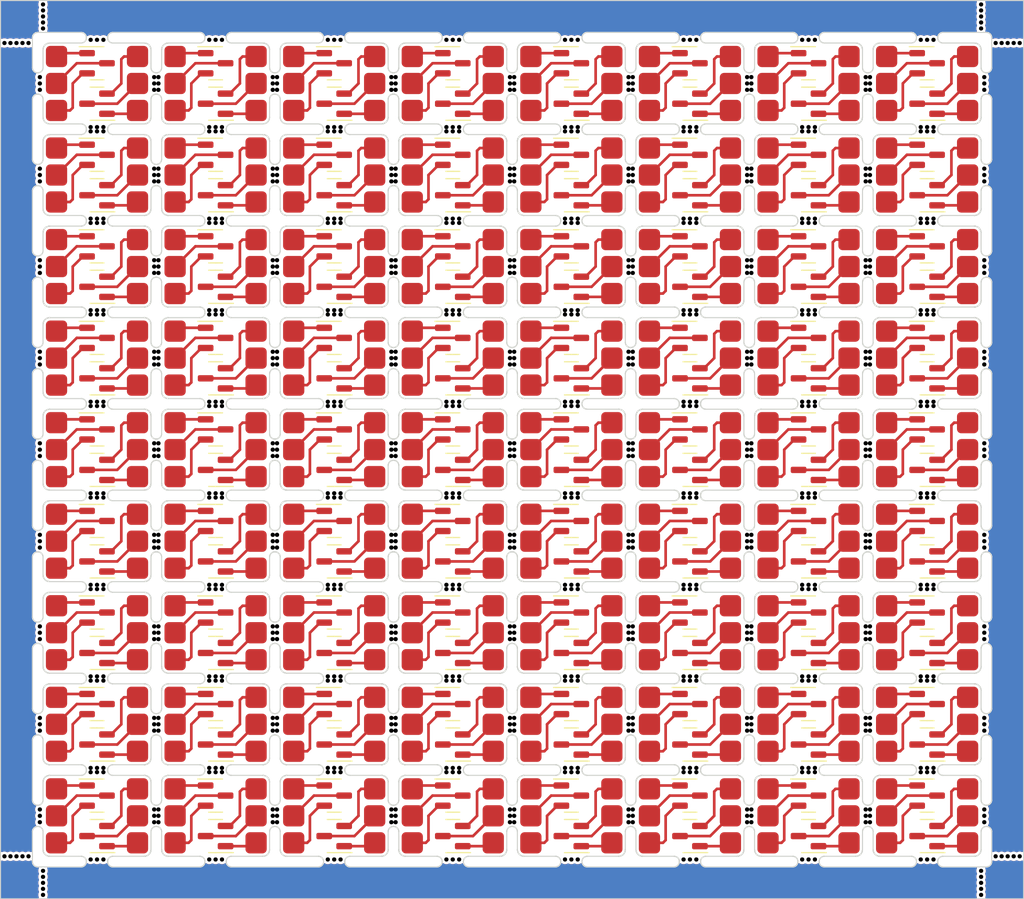
<source format=kicad_pcb>
(kicad_pcb (version 20221018) (generator pcbnew)

  (general
    (thickness 1.6)
  )

  (paper "A4")
  (layers
    (0 "F.Cu" signal)
    (31 "B.Cu" signal)
    (32 "B.Adhes" user "B.Adhesive")
    (33 "F.Adhes" user "F.Adhesive")
    (34 "B.Paste" user)
    (35 "F.Paste" user)
    (36 "B.SilkS" user "B.Silkscreen")
    (37 "F.SilkS" user "F.Silkscreen")
    (38 "B.Mask" user)
    (39 "F.Mask" user)
    (40 "Dwgs.User" user "User.Drawings")
    (41 "Cmts.User" user "User.Comments")
    (42 "Eco1.User" user "User.Eco1")
    (43 "Eco2.User" user "User.Eco2")
    (44 "Edge.Cuts" user)
    (45 "Margin" user)
    (46 "B.CrtYd" user "B.Courtyard")
    (47 "F.CrtYd" user "F.Courtyard")
    (48 "B.Fab" user)
    (49 "F.Fab" user)
    (50 "User.1" user)
    (51 "User.2" user)
    (52 "User.3" user)
    (53 "User.4" user)
    (54 "User.5" user)
    (55 "User.6" user)
    (56 "User.7" user)
    (57 "User.8" user)
    (58 "User.9" user)
  )

  (setup
    (pad_to_mask_clearance 0)
    (aux_axis_origin 100.36 20)
    (grid_origin 100.36 20)
    (pcbplotparams
      (layerselection 0x00010fc_ffffffff)
      (plot_on_all_layers_selection 0x0000000_00000000)
      (disableapertmacros false)
      (usegerberextensions false)
      (usegerberattributes true)
      (usegerberadvancedattributes true)
      (creategerberjobfile true)
      (dashed_line_dash_ratio 12.000000)
      (dashed_line_gap_ratio 3.000000)
      (svgprecision 4)
      (plotframeref false)
      (viasonmask false)
      (mode 1)
      (useauxorigin false)
      (hpglpennumber 1)
      (hpglpenspeed 20)
      (hpglpendiameter 15.000000)
      (dxfpolygonmode true)
      (dxfimperialunits true)
      (dxfusepcbnewfont true)
      (psnegative false)
      (psa4output false)
      (plotreference true)
      (plotvalue true)
      (plotinvisibletext false)
      (sketchpadsonfab false)
      (subtractmaskfromsilk false)
      (outputformat 1)
      (mirror false)
      (drillshape 1)
      (scaleselection 1)
      (outputdirectory "")
    )
  )

  (net 0 "")
  (net 1 "Board_0-Net-(J1-Pin_1)")
  (net 2 "Board_0-Net-(J2-Pin_1)")
  (net 3 "Board_0-Net-(J3-Pin_1)")
  (net 4 "Board_0-Net-(J4-Pin_1)")
  (net 5 "Board_0-Net-(J5-Pin_1)")
  (net 6 "Board_0-Net-(J6-Pin_1)")
  (net 7 "Board_1-Net-(J1-Pin_1)")
  (net 8 "Board_1-Net-(J2-Pin_1)")
  (net 9 "Board_1-Net-(J3-Pin_1)")
  (net 10 "Board_1-Net-(J4-Pin_1)")
  (net 11 "Board_1-Net-(J5-Pin_1)")
  (net 12 "Board_1-Net-(J6-Pin_1)")
  (net 13 "Board_2-Net-(J1-Pin_1)")
  (net 14 "Board_2-Net-(J2-Pin_1)")
  (net 15 "Board_2-Net-(J3-Pin_1)")
  (net 16 "Board_2-Net-(J4-Pin_1)")
  (net 17 "Board_2-Net-(J5-Pin_1)")
  (net 18 "Board_2-Net-(J6-Pin_1)")
  (net 19 "Board_3-Net-(J1-Pin_1)")
  (net 20 "Board_3-Net-(J2-Pin_1)")
  (net 21 "Board_3-Net-(J3-Pin_1)")
  (net 22 "Board_3-Net-(J4-Pin_1)")
  (net 23 "Board_3-Net-(J5-Pin_1)")
  (net 24 "Board_3-Net-(J6-Pin_1)")
  (net 25 "Board_4-Net-(J1-Pin_1)")
  (net 26 "Board_4-Net-(J2-Pin_1)")
  (net 27 "Board_4-Net-(J3-Pin_1)")
  (net 28 "Board_4-Net-(J4-Pin_1)")
  (net 29 "Board_4-Net-(J5-Pin_1)")
  (net 30 "Board_4-Net-(J6-Pin_1)")
  (net 31 "Board_5-Net-(J1-Pin_1)")
  (net 32 "Board_5-Net-(J2-Pin_1)")
  (net 33 "Board_5-Net-(J3-Pin_1)")
  (net 34 "Board_5-Net-(J4-Pin_1)")
  (net 35 "Board_5-Net-(J5-Pin_1)")
  (net 36 "Board_5-Net-(J6-Pin_1)")
  (net 37 "Board_6-Net-(J1-Pin_1)")
  (net 38 "Board_6-Net-(J2-Pin_1)")
  (net 39 "Board_6-Net-(J3-Pin_1)")
  (net 40 "Board_6-Net-(J4-Pin_1)")
  (net 41 "Board_6-Net-(J5-Pin_1)")
  (net 42 "Board_6-Net-(J6-Pin_1)")
  (net 43 "Board_7-Net-(J1-Pin_1)")
  (net 44 "Board_7-Net-(J2-Pin_1)")
  (net 45 "Board_7-Net-(J3-Pin_1)")
  (net 46 "Board_7-Net-(J4-Pin_1)")
  (net 47 "Board_7-Net-(J5-Pin_1)")
  (net 48 "Board_7-Net-(J6-Pin_1)")
  (net 49 "Board_8-Net-(J1-Pin_1)")
  (net 50 "Board_8-Net-(J2-Pin_1)")
  (net 51 "Board_8-Net-(J3-Pin_1)")
  (net 52 "Board_8-Net-(J4-Pin_1)")
  (net 53 "Board_8-Net-(J5-Pin_1)")
  (net 54 "Board_8-Net-(J6-Pin_1)")
  (net 55 "Board_9-Net-(J1-Pin_1)")
  (net 56 "Board_9-Net-(J2-Pin_1)")
  (net 57 "Board_9-Net-(J3-Pin_1)")
  (net 58 "Board_9-Net-(J4-Pin_1)")
  (net 59 "Board_9-Net-(J5-Pin_1)")
  (net 60 "Board_9-Net-(J6-Pin_1)")
  (net 61 "Board_10-Net-(J1-Pin_1)")
  (net 62 "Board_10-Net-(J2-Pin_1)")
  (net 63 "Board_10-Net-(J3-Pin_1)")
  (net 64 "Board_10-Net-(J4-Pin_1)")
  (net 65 "Board_10-Net-(J5-Pin_1)")
  (net 66 "Board_10-Net-(J6-Pin_1)")
  (net 67 "Board_11-Net-(J1-Pin_1)")
  (net 68 "Board_11-Net-(J2-Pin_1)")
  (net 69 "Board_11-Net-(J3-Pin_1)")
  (net 70 "Board_11-Net-(J4-Pin_1)")
  (net 71 "Board_11-Net-(J5-Pin_1)")
  (net 72 "Board_11-Net-(J6-Pin_1)")
  (net 73 "Board_12-Net-(J1-Pin_1)")
  (net 74 "Board_12-Net-(J2-Pin_1)")
  (net 75 "Board_12-Net-(J3-Pin_1)")
  (net 76 "Board_12-Net-(J4-Pin_1)")
  (net 77 "Board_12-Net-(J5-Pin_1)")
  (net 78 "Board_12-Net-(J6-Pin_1)")
  (net 79 "Board_13-Net-(J1-Pin_1)")
  (net 80 "Board_13-Net-(J2-Pin_1)")
  (net 81 "Board_13-Net-(J3-Pin_1)")
  (net 82 "Board_13-Net-(J4-Pin_1)")
  (net 83 "Board_13-Net-(J5-Pin_1)")
  (net 84 "Board_13-Net-(J6-Pin_1)")
  (net 85 "Board_14-Net-(J1-Pin_1)")
  (net 86 "Board_14-Net-(J2-Pin_1)")
  (net 87 "Board_14-Net-(J3-Pin_1)")
  (net 88 "Board_14-Net-(J4-Pin_1)")
  (net 89 "Board_14-Net-(J5-Pin_1)")
  (net 90 "Board_14-Net-(J6-Pin_1)")
  (net 91 "Board_15-Net-(J1-Pin_1)")
  (net 92 "Board_15-Net-(J2-Pin_1)")
  (net 93 "Board_15-Net-(J3-Pin_1)")
  (net 94 "Board_15-Net-(J4-Pin_1)")
  (net 95 "Board_15-Net-(J5-Pin_1)")
  (net 96 "Board_15-Net-(J6-Pin_1)")
  (net 97 "Board_16-Net-(J1-Pin_1)")
  (net 98 "Board_16-Net-(J2-Pin_1)")
  (net 99 "Board_16-Net-(J3-Pin_1)")
  (net 100 "Board_16-Net-(J4-Pin_1)")
  (net 101 "Board_16-Net-(J5-Pin_1)")
  (net 102 "Board_16-Net-(J6-Pin_1)")
  (net 103 "Board_17-Net-(J1-Pin_1)")
  (net 104 "Board_17-Net-(J2-Pin_1)")
  (net 105 "Board_17-Net-(J3-Pin_1)")
  (net 106 "Board_17-Net-(J4-Pin_1)")
  (net 107 "Board_17-Net-(J5-Pin_1)")
  (net 108 "Board_17-Net-(J6-Pin_1)")
  (net 109 "Board_18-Net-(J1-Pin_1)")
  (net 110 "Board_18-Net-(J2-Pin_1)")
  (net 111 "Board_18-Net-(J3-Pin_1)")
  (net 112 "Board_18-Net-(J4-Pin_1)")
  (net 113 "Board_18-Net-(J5-Pin_1)")
  (net 114 "Board_18-Net-(J6-Pin_1)")
  (net 115 "Board_19-Net-(J1-Pin_1)")
  (net 116 "Board_19-Net-(J2-Pin_1)")
  (net 117 "Board_19-Net-(J3-Pin_1)")
  (net 118 "Board_19-Net-(J4-Pin_1)")
  (net 119 "Board_19-Net-(J5-Pin_1)")
  (net 120 "Board_19-Net-(J6-Pin_1)")
  (net 121 "Board_20-Net-(J1-Pin_1)")
  (net 122 "Board_20-Net-(J2-Pin_1)")
  (net 123 "Board_20-Net-(J3-Pin_1)")
  (net 124 "Board_20-Net-(J4-Pin_1)")
  (net 125 "Board_20-Net-(J5-Pin_1)")
  (net 126 "Board_20-Net-(J6-Pin_1)")
  (net 127 "Board_21-Net-(J1-Pin_1)")
  (net 128 "Board_21-Net-(J2-Pin_1)")
  (net 129 "Board_21-Net-(J3-Pin_1)")
  (net 130 "Board_21-Net-(J4-Pin_1)")
  (net 131 "Board_21-Net-(J5-Pin_1)")
  (net 132 "Board_21-Net-(J6-Pin_1)")
  (net 133 "Board_22-Net-(J1-Pin_1)")
  (net 134 "Board_22-Net-(J2-Pin_1)")
  (net 135 "Board_22-Net-(J3-Pin_1)")
  (net 136 "Board_22-Net-(J4-Pin_1)")
  (net 137 "Board_22-Net-(J5-Pin_1)")
  (net 138 "Board_22-Net-(J6-Pin_1)")
  (net 139 "Board_23-Net-(J1-Pin_1)")
  (net 140 "Board_23-Net-(J2-Pin_1)")
  (net 141 "Board_23-Net-(J3-Pin_1)")
  (net 142 "Board_23-Net-(J4-Pin_1)")
  (net 143 "Board_23-Net-(J5-Pin_1)")
  (net 144 "Board_23-Net-(J6-Pin_1)")
  (net 145 "Board_24-Net-(J1-Pin_1)")
  (net 146 "Board_24-Net-(J2-Pin_1)")
  (net 147 "Board_24-Net-(J3-Pin_1)")
  (net 148 "Board_24-Net-(J4-Pin_1)")
  (net 149 "Board_24-Net-(J5-Pin_1)")
  (net 150 "Board_24-Net-(J6-Pin_1)")
  (net 151 "Board_25-Net-(J1-Pin_1)")
  (net 152 "Board_25-Net-(J2-Pin_1)")
  (net 153 "Board_25-Net-(J3-Pin_1)")
  (net 154 "Board_25-Net-(J4-Pin_1)")
  (net 155 "Board_25-Net-(J5-Pin_1)")
  (net 156 "Board_25-Net-(J6-Pin_1)")
  (net 157 "Board_26-Net-(J1-Pin_1)")
  (net 158 "Board_26-Net-(J2-Pin_1)")
  (net 159 "Board_26-Net-(J3-Pin_1)")
  (net 160 "Board_26-Net-(J4-Pin_1)")
  (net 161 "Board_26-Net-(J5-Pin_1)")
  (net 162 "Board_26-Net-(J6-Pin_1)")
  (net 163 "Board_27-Net-(J1-Pin_1)")
  (net 164 "Board_27-Net-(J2-Pin_1)")
  (net 165 "Board_27-Net-(J3-Pin_1)")
  (net 166 "Board_27-Net-(J4-Pin_1)")
  (net 167 "Board_27-Net-(J5-Pin_1)")
  (net 168 "Board_27-Net-(J6-Pin_1)")
  (net 169 "Board_28-Net-(J1-Pin_1)")
  (net 170 "Board_28-Net-(J2-Pin_1)")
  (net 171 "Board_28-Net-(J3-Pin_1)")
  (net 172 "Board_28-Net-(J4-Pin_1)")
  (net 173 "Board_28-Net-(J5-Pin_1)")
  (net 174 "Board_28-Net-(J6-Pin_1)")
  (net 175 "Board_29-Net-(J1-Pin_1)")
  (net 176 "Board_29-Net-(J2-Pin_1)")
  (net 177 "Board_29-Net-(J3-Pin_1)")
  (net 178 "Board_29-Net-(J4-Pin_1)")
  (net 179 "Board_29-Net-(J5-Pin_1)")
  (net 180 "Board_29-Net-(J6-Pin_1)")
  (net 181 "Board_30-Net-(J1-Pin_1)")
  (net 182 "Board_30-Net-(J2-Pin_1)")
  (net 183 "Board_30-Net-(J3-Pin_1)")
  (net 184 "Board_30-Net-(J4-Pin_1)")
  (net 185 "Board_30-Net-(J5-Pin_1)")
  (net 186 "Board_30-Net-(J6-Pin_1)")
  (net 187 "Board_31-Net-(J1-Pin_1)")
  (net 188 "Board_31-Net-(J2-Pin_1)")
  (net 189 "Board_31-Net-(J3-Pin_1)")
  (net 190 "Board_31-Net-(J4-Pin_1)")
  (net 191 "Board_31-Net-(J5-Pin_1)")
  (net 192 "Board_31-Net-(J6-Pin_1)")
  (net 193 "Board_32-Net-(J1-Pin_1)")
  (net 194 "Board_32-Net-(J2-Pin_1)")
  (net 195 "Board_32-Net-(J3-Pin_1)")
  (net 196 "Board_32-Net-(J4-Pin_1)")
  (net 197 "Board_32-Net-(J5-Pin_1)")
  (net 198 "Board_32-Net-(J6-Pin_1)")
  (net 199 "Board_33-Net-(J1-Pin_1)")
  (net 200 "Board_33-Net-(J2-Pin_1)")
  (net 201 "Board_33-Net-(J3-Pin_1)")
  (net 202 "Board_33-Net-(J4-Pin_1)")
  (net 203 "Board_33-Net-(J5-Pin_1)")
  (net 204 "Board_33-Net-(J6-Pin_1)")
  (net 205 "Board_34-Net-(J1-Pin_1)")
  (net 206 "Board_34-Net-(J2-Pin_1)")
  (net 207 "Board_34-Net-(J3-Pin_1)")
  (net 208 "Board_34-Net-(J4-Pin_1)")
  (net 209 "Board_34-Net-(J5-Pin_1)")
  (net 210 "Board_34-Net-(J6-Pin_1)")
  (net 211 "Board_35-Net-(J1-Pin_1)")
  (net 212 "Board_35-Net-(J2-Pin_1)")
  (net 213 "Board_35-Net-(J3-Pin_1)")
  (net 214 "Board_35-Net-(J4-Pin_1)")
  (net 215 "Board_35-Net-(J5-Pin_1)")
  (net 216 "Board_35-Net-(J6-Pin_1)")
  (net 217 "Board_36-Net-(J1-Pin_1)")
  (net 218 "Board_36-Net-(J2-Pin_1)")
  (net 219 "Board_36-Net-(J3-Pin_1)")
  (net 220 "Board_36-Net-(J4-Pin_1)")
  (net 221 "Board_36-Net-(J5-Pin_1)")
  (net 222 "Board_36-Net-(J6-Pin_1)")
  (net 223 "Board_37-Net-(J1-Pin_1)")
  (net 224 "Board_37-Net-(J2-Pin_1)")
  (net 225 "Board_37-Net-(J3-Pin_1)")
  (net 226 "Board_37-Net-(J4-Pin_1)")
  (net 227 "Board_37-Net-(J5-Pin_1)")
  (net 228 "Board_37-Net-(J6-Pin_1)")
  (net 229 "Board_38-Net-(J1-Pin_1)")
  (net 230 "Board_38-Net-(J2-Pin_1)")
  (net 231 "Board_38-Net-(J3-Pin_1)")
  (net 232 "Board_38-Net-(J4-Pin_1)")
  (net 233 "Board_38-Net-(J5-Pin_1)")
  (net 234 "Board_38-Net-(J6-Pin_1)")
  (net 235 "Board_39-Net-(J1-Pin_1)")
  (net 236 "Board_39-Net-(J2-Pin_1)")
  (net 237 "Board_39-Net-(J3-Pin_1)")
  (net 238 "Board_39-Net-(J4-Pin_1)")
  (net 239 "Board_39-Net-(J5-Pin_1)")
  (net 240 "Board_39-Net-(J6-Pin_1)")
  (net 241 "Board_40-Net-(J1-Pin_1)")
  (net 242 "Board_40-Net-(J2-Pin_1)")
  (net 243 "Board_40-Net-(J3-Pin_1)")
  (net 244 "Board_40-Net-(J4-Pin_1)")
  (net 245 "Board_40-Net-(J5-Pin_1)")
  (net 246 "Board_40-Net-(J6-Pin_1)")
  (net 247 "Board_41-Net-(J1-Pin_1)")
  (net 248 "Board_41-Net-(J2-Pin_1)")
  (net 249 "Board_41-Net-(J3-Pin_1)")
  (net 250 "Board_41-Net-(J4-Pin_1)")
  (net 251 "Board_41-Net-(J5-Pin_1)")
  (net 252 "Board_41-Net-(J6-Pin_1)")
  (net 253 "Board_42-Net-(J1-Pin_1)")
  (net 254 "Board_42-Net-(J2-Pin_1)")
  (net 255 "Board_42-Net-(J3-Pin_1)")
  (net 256 "Board_42-Net-(J4-Pin_1)")
  (net 257 "Board_42-Net-(J5-Pin_1)")
  (net 258 "Board_42-Net-(J6-Pin_1)")
  (net 259 "Board_43-Net-(J1-Pin_1)")
  (net 260 "Board_43-Net-(J2-Pin_1)")
  (net 261 "Board_43-Net-(J3-Pin_1)")
  (net 262 "Board_43-Net-(J4-Pin_1)")
  (net 263 "Board_43-Net-(J5-Pin_1)")
  (net 264 "Board_43-Net-(J6-Pin_1)")
  (net 265 "Board_44-Net-(J1-Pin_1)")
  (net 266 "Board_44-Net-(J2-Pin_1)")
  (net 267 "Board_44-Net-(J3-Pin_1)")
  (net 268 "Board_44-Net-(J4-Pin_1)")
  (net 269 "Board_44-Net-(J5-Pin_1)")
  (net 270 "Board_44-Net-(J6-Pin_1)")
  (net 271 "Board_45-Net-(J1-Pin_1)")
  (net 272 "Board_45-Net-(J2-Pin_1)")
  (net 273 "Board_45-Net-(J3-Pin_1)")
  (net 274 "Board_45-Net-(J4-Pin_1)")
  (net 275 "Board_45-Net-(J5-Pin_1)")
  (net 276 "Board_45-Net-(J6-Pin_1)")
  (net 277 "Board_46-Net-(J1-Pin_1)")
  (net 278 "Board_46-Net-(J2-Pin_1)")
  (net 279 "Board_46-Net-(J3-Pin_1)")
  (net 280 "Board_46-Net-(J4-Pin_1)")
  (net 281 "Board_46-Net-(J5-Pin_1)")
  (net 282 "Board_46-Net-(J6-Pin_1)")
  (net 283 "Board_47-Net-(J1-Pin_1)")
  (net 284 "Board_47-Net-(J2-Pin_1)")
  (net 285 "Board_47-Net-(J3-Pin_1)")
  (net 286 "Board_47-Net-(J4-Pin_1)")
  (net 287 "Board_47-Net-(J5-Pin_1)")
  (net 288 "Board_47-Net-(J6-Pin_1)")
  (net 289 "Board_48-Net-(J1-Pin_1)")
  (net 290 "Board_48-Net-(J2-Pin_1)")
  (net 291 "Board_48-Net-(J3-Pin_1)")
  (net 292 "Board_48-Net-(J4-Pin_1)")
  (net 293 "Board_48-Net-(J5-Pin_1)")
  (net 294 "Board_48-Net-(J6-Pin_1)")
  (net 295 "Board_49-Net-(J1-Pin_1)")
  (net 296 "Board_49-Net-(J2-Pin_1)")
  (net 297 "Board_49-Net-(J3-Pin_1)")
  (net 298 "Board_49-Net-(J4-Pin_1)")
  (net 299 "Board_49-Net-(J5-Pin_1)")
  (net 300 "Board_49-Net-(J6-Pin_1)")
  (net 301 "Board_50-Net-(J1-Pin_1)")
  (net 302 "Board_50-Net-(J2-Pin_1)")
  (net 303 "Board_50-Net-(J3-Pin_1)")
  (net 304 "Board_50-Net-(J4-Pin_1)")
  (net 305 "Board_50-Net-(J5-Pin_1)")
  (net 306 "Board_50-Net-(J6-Pin_1)")
  (net 307 "Board_51-Net-(J1-Pin_1)")
  (net 308 "Board_51-Net-(J2-Pin_1)")
  (net 309 "Board_51-Net-(J3-Pin_1)")
  (net 310 "Board_51-Net-(J4-Pin_1)")
  (net 311 "Board_51-Net-(J5-Pin_1)")
  (net 312 "Board_51-Net-(J6-Pin_1)")
  (net 313 "Board_52-Net-(J1-Pin_1)")
  (net 314 "Board_52-Net-(J2-Pin_1)")
  (net 315 "Board_52-Net-(J3-Pin_1)")
  (net 316 "Board_52-Net-(J4-Pin_1)")
  (net 317 "Board_52-Net-(J5-Pin_1)")
  (net 318 "Board_52-Net-(J6-Pin_1)")
  (net 319 "Board_53-Net-(J1-Pin_1)")
  (net 320 "Board_53-Net-(J2-Pin_1)")
  (net 321 "Board_53-Net-(J3-Pin_1)")
  (net 322 "Board_53-Net-(J4-Pin_1)")
  (net 323 "Board_53-Net-(J5-Pin_1)")
  (net 324 "Board_53-Net-(J6-Pin_1)")
  (net 325 "Board_54-Net-(J1-Pin_1)")
  (net 326 "Board_54-Net-(J2-Pin_1)")
  (net 327 "Board_54-Net-(J3-Pin_1)")
  (net 328 "Board_54-Net-(J4-Pin_1)")
  (net 329 "Board_54-Net-(J5-Pin_1)")
  (net 330 "Board_54-Net-(J6-Pin_1)")
  (net 331 "Board_55-Net-(J1-Pin_1)")
  (net 332 "Board_55-Net-(J2-Pin_1)")
  (net 333 "Board_55-Net-(J3-Pin_1)")
  (net 334 "Board_55-Net-(J4-Pin_1)")
  (net 335 "Board_55-Net-(J5-Pin_1)")
  (net 336 "Board_55-Net-(J6-Pin_1)")
  (net 337 "Board_56-Net-(J1-Pin_1)")
  (net 338 "Board_56-Net-(J2-Pin_1)")
  (net 339 "Board_56-Net-(J3-Pin_1)")
  (net 340 "Board_56-Net-(J4-Pin_1)")
  (net 341 "Board_56-Net-(J5-Pin_1)")
  (net 342 "Board_56-Net-(J6-Pin_1)")
  (net 343 "Board_57-Net-(J1-Pin_1)")
  (net 344 "Board_57-Net-(J2-Pin_1)")
  (net 345 "Board_57-Net-(J3-Pin_1)")
  (net 346 "Board_57-Net-(J4-Pin_1)")
  (net 347 "Board_57-Net-(J5-Pin_1)")
  (net 348 "Board_57-Net-(J6-Pin_1)")
  (net 349 "Board_58-Net-(J1-Pin_1)")
  (net 350 "Board_58-Net-(J2-Pin_1)")
  (net 351 "Board_58-Net-(J3-Pin_1)")
  (net 352 "Board_58-Net-(J4-Pin_1)")
  (net 353 "Board_58-Net-(J5-Pin_1)")
  (net 354 "Board_58-Net-(J6-Pin_1)")
  (net 355 "Board_59-Net-(J1-Pin_1)")
  (net 356 "Board_59-Net-(J2-Pin_1)")
  (net 357 "Board_59-Net-(J3-Pin_1)")
  (net 358 "Board_59-Net-(J4-Pin_1)")
  (net 359 "Board_59-Net-(J5-Pin_1)")
  (net 360 "Board_59-Net-(J6-Pin_1)")
  (net 361 "Board_60-Net-(J1-Pin_1)")
  (net 362 "Board_60-Net-(J2-Pin_1)")
  (net 363 "Board_60-Net-(J3-Pin_1)")
  (net 364 "Board_60-Net-(J4-Pin_1)")
  (net 365 "Board_60-Net-(J5-Pin_1)")
  (net 366 "Board_60-Net-(J6-Pin_1)")
  (net 367 "Board_61-Net-(J1-Pin_1)")
  (net 368 "Board_61-Net-(J2-Pin_1)")
  (net 369 "Board_61-Net-(J3-Pin_1)")
  (net 370 "Board_61-Net-(J4-Pin_1)")
  (net 371 "Board_61-Net-(J5-Pin_1)")
  (net 372 "Board_61-Net-(J6-Pin_1)")
  (net 373 "Board_62-Net-(J1-Pin_1)")
  (net 374 "Board_62-Net-(J2-Pin_1)")
  (net 375 "Board_62-Net-(J3-Pin_1)")
  (net 376 "Board_62-Net-(J4-Pin_1)")
  (net 377 "Board_62-Net-(J5-Pin_1)")
  (net 378 "Board_62-Net-(J6-Pin_1)")
  (net 379 "Board_63-Net-(J1-Pin_1)")
  (net 380 "Board_63-Net-(J2-Pin_1)")
  (net 381 "Board_63-Net-(J3-Pin_1)")
  (net 382 "Board_63-Net-(J4-Pin_1)")
  (net 383 "Board_63-Net-(J5-Pin_1)")
  (net 384 "Board_63-Net-(J6-Pin_1)")
  (net 385 "Board_64-Net-(J1-Pin_1)")
  (net 386 "Board_64-Net-(J2-Pin_1)")
  (net 387 "Board_64-Net-(J3-Pin_1)")
  (net 388 "Board_64-Net-(J4-Pin_1)")
  (net 389 "Board_64-Net-(J5-Pin_1)")
  (net 390 "Board_64-Net-(J6-Pin_1)")
  (net 391 "Board_65-Net-(J1-Pin_1)")
  (net 392 "Board_65-Net-(J2-Pin_1)")
  (net 393 "Board_65-Net-(J3-Pin_1)")
  (net 394 "Board_65-Net-(J4-Pin_1)")
  (net 395 "Board_65-Net-(J5-Pin_1)")
  (net 396 "Board_65-Net-(J6-Pin_1)")
  (net 397 "Board_66-Net-(J1-Pin_1)")
  (net 398 "Board_66-Net-(J2-Pin_1)")
  (net 399 "Board_66-Net-(J3-Pin_1)")
  (net 400 "Board_66-Net-(J4-Pin_1)")
  (net 401 "Board_66-Net-(J5-Pin_1)")
  (net 402 "Board_66-Net-(J6-Pin_1)")
  (net 403 "Board_67-Net-(J1-Pin_1)")
  (net 404 "Board_67-Net-(J2-Pin_1)")
  (net 405 "Board_67-Net-(J3-Pin_1)")
  (net 406 "Board_67-Net-(J4-Pin_1)")
  (net 407 "Board_67-Net-(J5-Pin_1)")
  (net 408 "Board_67-Net-(J6-Pin_1)")
  (net 409 "Board_68-Net-(J1-Pin_1)")
  (net 410 "Board_68-Net-(J2-Pin_1)")
  (net 411 "Board_68-Net-(J3-Pin_1)")
  (net 412 "Board_68-Net-(J4-Pin_1)")
  (net 413 "Board_68-Net-(J5-Pin_1)")
  (net 414 "Board_68-Net-(J6-Pin_1)")
  (net 415 "Board_69-Net-(J1-Pin_1)")
  (net 416 "Board_69-Net-(J2-Pin_1)")
  (net 417 "Board_69-Net-(J3-Pin_1)")
  (net 418 "Board_69-Net-(J4-Pin_1)")
  (net 419 "Board_69-Net-(J5-Pin_1)")
  (net 420 "Board_69-Net-(J6-Pin_1)")
  (net 421 "Board_70-Net-(J1-Pin_1)")
  (net 422 "Board_70-Net-(J2-Pin_1)")
  (net 423 "Board_70-Net-(J3-Pin_1)")
  (net 424 "Board_70-Net-(J4-Pin_1)")
  (net 425 "Board_70-Net-(J5-Pin_1)")
  (net 426 "Board_70-Net-(J6-Pin_1)")
  (net 427 "Board_71-Net-(J1-Pin_1)")
  (net 428 "Board_71-Net-(J2-Pin_1)")
  (net 429 "Board_71-Net-(J3-Pin_1)")
  (net 430 "Board_71-Net-(J4-Pin_1)")
  (net 431 "Board_71-Net-(J5-Pin_1)")
  (net 432 "Board_71-Net-(J6-Pin_1)")

  (footprint "NPTH" (layer "F.Cu") (at 181.78 27.21))

  (footprint "CustSymbols:ManhattanPad" (layer "F.Cu") (at 116.79 68.37))

  (footprint "CustSymbols:ManhattanPad" (layer "F.Cu") (at 139.11 68.37))

  (footprint "NPTH" (layer "F.Cu") (at 131.76 84.04))

  (footprint "Package_TO_SOT_SMD:SOT-23" (layer "F.Cu") (at 131.76 98.675 180))

  (footprint "NPTH" (layer "F.Cu") (at 142.919972 92.259593))

  (footprint "Package_TO_SOT_SMD:SOT-23" (layer "F.Cu") (at 165.24 38.335 180))

  (footprint "CustSymbols:ManhattanPad" (layer "F.Cu") (at 161.43 99.31))

  (footprint "NPTH" (layer "F.Cu") (at 165.84 92.66))

  (footprint "CustSymbols:ManhattanPad" (layer "F.Cu") (at 135.57 33.89))

  (footprint "CustSymbols:ManhattanPad" (layer "F.Cu") (at 105.63 76.99))

  (footprint "CustSymbols:ManhattanPad" (layer "F.Cu") (at 172.59 42.51))

  (footprint "CustSymbols:ManhattanPad" (layer "F.Cu") (at 124.41 56.21))

  (footprint "NPTH" (layer "F.Cu") (at 137.540405 70.909961))

  (footprint "Package_TO_SOT_SMD:SOT-23" (layer "F.Cu") (at 165.24 81.435 180))

  (footprint "CustSymbols:ManhattanPad" (layer "F.Cu") (at 161.43 90.69))

  (footprint "NPTH" (layer "F.Cu") (at 181.78 78.93))

  (footprint "CustSymbols:ManhattanPad" (layer "F.Cu") (at 139.11 88.15))

  (footprint "CustSymbols:ManhattanPad" (layer "F.Cu") (at 172.59 45.05))

  (footprint "Package_TO_SOT_SMD:SOT-23" (layer "F.Cu") (at 154.08 46.955 180))

  (footprint "NPTH" (layer "F.Cu") (at 142.919972 49.159593))

  (footprint "CustSymbols:ManhattanPad" (layer "F.Cu") (at 183.75 88.15))

  (footprint "NPTH" (layer "F.Cu") (at 110.039972 49.159648))

  (footprint "NPTH" (layer "F.Cu") (at 121.2 66.8))

  (footprint "NPTH" (layer "F.Cu") (at 148.3 87.55))

  (footprint "NPTH" (layer "F.Cu") (at 109.44 58.18))

  (footprint "NPTH" (layer "F.Cu") (at 195.706666 100.58))

  (footprint "NPTH" (layer "F.Cu") (at 114.82 88.75))

  (footprint "CustSymbols:ManhattanPad" (layer "F.Cu") (at 139.11 33.89))

  (footprint "NPTH" (layer "F.Cu") (at 165.839972 66.399648))

  (footprint "NPTH" (layer "F.Cu") (at 159.860405 96.769961))

  (footprint "CustSymbols:ManhattanPad" (layer "F.Cu") (at 183.75 53.67))

  (footprint "NPTH" (layer "F.Cu") (at 188.16 40.94))

  (footprint "CustSymbols:ManhattanPad" (layer "F.Cu") (at 127.95 88.15))

  (footprint "NPTH" (layer "F.Cu") (at 142.919972 40.539593))

  (footprint "CustSymbols:ManhattanPad" (layer "F.Cu") (at 183.75 94.23))

  (footprint "NPTH" (layer "F.Cu") (at 101.293334 100.58))

  (footprint "NPTH" (layer "F.Cu") (at 108.84 58.18))

  (footprint "NPTH" (layer "F.Cu") (at 176.4 92.66))

  (footprint "CustSymbols:ManhattanPad" (layer "F.Cu") (at 124.41 38.97))

  (footprint "NPTH" (layer "F.Cu") (at 187.559972 83.639593))

  (footprint "NPTH" (layer "F.Cu") (at 170.62 27.81))

  (footprint "CustSymbols:ManhattanPad" (layer "F.Cu") (at 139.11 25.27))

  (footprint "NPTH" (layer "F.Cu") (at 165.239972 66.399593))

  (footprint "NPTH" (layer "F.Cu") (at 171.020328 80.129961))

  (footprint "NPTH" (layer "F.Cu") (at 153.479972 83.639539))

  (footprint "NPTH" (layer "F.Cu") (at 120.599972 92.259593))

  (footprint "NPTH" (layer "F.Cu") (at 131.759972 31.919593))

  (footprint "NPTH" (layer "F.Cu") (at 187.56 23.7))

  (footprint "NPTH" (layer "F.Cu") (at 143.519972 40.539648))

  (footprint "CustSymbols:ManhattanPad" (layer "F.Cu") (at 113.25 59.75))

  (footprint "CustSymbols:ManhattanPad" (layer "F.Cu") (at 124.41 51.13))

  (footprint "Package_TO_SOT_SMD:SOT-23" (layer "F.Cu") (at 131.76 29.715 180))

  (footprint "NPTH" (layer "F.Cu") (at 126.380482 70.309961))

  (footprint "Package_TO_SOT_SMD:SOT-23" (layer "F.Cu") (at 131.76 38.335 180))

  (footprint "NPTH" (layer "F.Cu") (at 115.220328 88.749961))

  (footprint "NPTH" (layer "F.Cu") (at 182.180328 97.369961))

  (footprint "NPTH" (layer "F.Cu") (at 148.3 70.91))

  (footprint "NPTH" (layer "F.Cu") (at 188.159972 75.019648))

  (footprint "NPTH" (layer "F.Cu") (at 195.706666 24))

  (footprint "Package_TO_SOT_SMD:SOT-23" (layer "F.Cu") (at 165.24 72.815 180))

  (footprint "NPTH" (layer "F.Cu") (at 196.273333 24))

  (footprint "NPTH" (layer "F.Cu") (at 181.78 37.03))

  (footprint "NPTH" (layer "F.Cu") (at 143.519972 49.159648))

  (footprint "NPTH" (layer "F.Cu") (at 131.76 92.66))

  (footprint "Package_TO_SOT_SMD:SOT-23" (layer "F.Cu") (at 187.56 43.145))

  (footprint "CustSymbols:ManhattanPad" (layer "F.Cu") (at 105.63 68.37))

  (footprint "NPTH" (layer "F.Cu") (at 115.220328 37.029961))

  (footprint "NPTH" (layer "F.Cu") (at 154.68 49.56))

  (footprint "CustSymbols:ManhattanPad" (layer "F.Cu") (at 139.11 30.35))

  (footprint "NPTH" (layer "F.Cu") (at 176.999972 92.259648))

  (footprint "NPTH" (layer "F.Cu") (at 159.860482 87.549961))

  (footprint "Package_TO_SOT_SMD:SOT-23" (layer "F.Cu") (at 109.44 43.145))

  (footprint "NPTH" (layer "F.Cu") (at 125.98 88.75))

  (footprint "NPTH" (layer "F.Cu") (at 170.62 36.43))

  (footprint "NPTH" (layer "F.Cu") (at 142.319972 92.259539))

  (footprint "NPTH" (layer "F.Cu") (at 159.46 45.65))

  (footprint "NPTH" (layer "F.Cu") (at 126.380482 87.549961))

  (footprint "CustSymbols:ManhattanPad" (layer "F.Cu") (at 146.73 25.27))

  (footprint "NPTH" (layer "F.Cu") (at 181.78 79.53))

  (footprint "NPTH" (layer "F.Cu") (at 159.46 35.83))

  (footprint "Package_TO_SOT_SMD:SOT-23" (layer "F.Cu") (at 165.24 55.575 180))

  (footprint "NPTH" (layer "F.Cu") (at 148.700328 37.029961))

  (footprint "NPTH" (layer "F.Cu") (at 104.060406 79.529961))

  (footprint "CustSymbols:ManhattanPad" (layer "F.Cu") (at 135.57 25.27))

  (footprint "NPTH" (layer "F.Cu") (at 131.16 49.56))

  (footprint "NPTH" (layer "F.Cu") (at 177 40.94))

  (footprint "NPTH" (layer "F.Cu") (at 164.639972 49.159539))

  (footprint "NPTH" (layer "F.Cu") (at 154.679972 75.019648))

  (footprint "NPTH" (layer "F.Cu") (at 181.78 62.29))

  (footprint "NPTH" (layer "F.Cu") (at 132.359972 66.399648))

  (footprint "NPTH" (layer "F.Cu") (at 153.48 84.04))

  (footprint "CustSymbols:ManhattanPad" (layer "F.Cu") (at 172.59 30.35))

  (footprint "NPTH" (layer "F.Cu") (at 192.94 44.45))

  (footprint "NPTH" (layer "F.Cu") (at 154.08 23.7))

  (footprint "NPTH" (layer "F.Cu") (at 154.68 66.8))

  (footprint "NPTH" (layer "F.Cu") (at 142.92 75.42))

  (footprint "CustSymbols:ManhattanPad" (layer "F.Cu") (at 113.25 38.97))

  (footprint "NPTH" (layer "F.Cu") (at 131.76 49.56))

  (footprint "CustSymbols:ManhattanPad" (layer "F.Cu") (at 105.63 90.69))

  (footprint "NPTH" (layer "F.Cu") (at 182.180405 79.529961))

  (footprint "NPTH" (layer "F.Cu") (at 115.220328 62.889961))

  (footprint "NPTH" (layer "F.Cu") (at 142.32 23.7))

  (footprint "NPTH" (layer "F.Cu") (at 142.32 58.18))

  (footprint "CustSymbols:ManhattanPad" (layer "F.Cu") (at 113.25 82.07))

  (footprint "NPTH" (layer "F.Cu") (at 192.64 101.946666))

  (footprint "CustSymbols:ManhattanPad" (layer "F.Cu") (at 135.57 76.99))

  (footprint "NPTH" (layer "F.Cu") (at 186.959972 66.399539))

  (footprint "NPTH" (layer "F.Cu") (at 154.68 40.94))

  (footprint "CustSymbols:ManhattanPad" (layer "F.Cu") (at 113.25 62.29))

  (footprint "NPTH" (layer "F.Cu") (at 114.82 96.77))

  (footprint "Package_TO_SOT_SMD:SOT-23" (layer "F.Cu") (at 131.76 72.815 180))

  (footprint "NPTH" (layer "F.Cu") (at 148.3 96.17))

  (footprint "NPTH" (layer "F.Cu") (at 171.020405 70.909961))

  (footprint "CustSymbols:ManhattanPad" (layer "F.Cu") (at 127.95 70.91))

  (footprint "NPTH" (layer "F.Cu") (at 104.060483 53.069961))

  (footprint "NPTH" (layer "F.Cu") (at 159.46 62.29))

  (footprint "CustSymbols:ManhattanPad" (layer "F.Cu") (at 150.27 82.07))

  (footprint "CustSymbols:ManhattanPad" (layer "F.Cu") (at 169.05 25.27))

  (footprint "NPTH" (layer "F.Cu") (at 121.199972 83.639648))

  (footprint "Package_TO_SOT_SMD:SOT-23" (layer "F.Cu") (at 142.92 43.145))

  (footprint "NPTH" (layer "F.Cu") (at 176.4 49.56))

  (footprint "NPTH" (layer "F.Cu") (at 126.380482 27.209962))

  (footprint "NPTH" (layer "F.Cu") (at 192.64 103.08))

  (footprint "NPTH" (layer "F.Cu") (at 164.639972 57.779539))

  (footprint "NPTH" (layer "F.Cu") (at 192.94 80.13))

  (footprint "NPTH" (layer "F.Cu") (at 108.84 32.32))

  (footprint "CustSymbols:ManhattanPad" (layer "F.Cu") (at 116.79 38.97))

  (footprint "NPTH" (layer "F.Cu") (at 186.959972 31.919539))

  (footprint "NPTH" (layer "F.Cu") (at 148.3 54.27))

  (footprint "Package_TO_SOT_SMD:SOT-23" (layer "F.Cu") (at 176.4 72.815 180))

  (footprint "CustSymbols:ManhattanPad" (layer "F.Cu") (at 139.11 85.61))

  (footprint "NPTH" (layer "F.Cu") (at 132.36 32.32))

  (footprint "CustSymbols:ManhattanPad" (layer "F.Cu") (at 116.79 90.69))

  (footprint "CustSymbols:ManhattanPad" (layer "F.Cu") (at 139.11 82.07))

  (footprint "CustSymbols:ManhattanPad" (layer "F.Cu") (at 146.73 42.51))

  (footprint "Package_TO_SOT_SMD:SOT-23" (layer "F.Cu") (at 120.6 34.525))

  (footprint "CustSymbols:ManhattanPad" (layer "F.Cu") (at 113.25 73.45))

  (footprint "NPTH" (layer "F.Cu") (at 137.540328 37.029961))

  (footprint "CustSymbols:ManhattanPad" (layer "F.Cu") (at 180.21 96.77))

  (footprint "NPTH" (layer "F.Cu") (at 119.999972 31.919539))

  (footprint "NPTH" (layer "F.Cu") (at 177 66.8))

  (footprint "NPTH" (layer "F.Cu") (at 186.959972 40.539539))

  (footprint "NPTH" (layer "F.Cu") (at 170.62 70.31))

  (footprint "NPTH" (layer "F.Cu") (at 171.020328 97.369961))

  (footprint "NPTH" (layer "F.Cu") (at 132.359972 83.639648))

  (footprint "NPTH" (layer "F.Cu") (at 142.919972 83.639593))

  (footprint "Package_TO_SOT_SMD:SOT-23" (layer "F.Cu") (at 176.4 69.005))

  (footprint "NPTH" (layer "F.Cu") (at 143.52 23.7))

  (footprint "NPTH" (layer "F.Cu") (at 171.020328 88.749961))

  (footprint "NPTH" (layer "F.Cu") (at 114.82 80.13))

  (footprint "CustSymbols:ManhattanPad" (layer "F.Cu") (at 105.63 62.29))

  (footprint "NPTH" (layer "F.Cu") (at 142.919972 66.399593))

  (footprint "CustSymbols:ManhattanPad" (layer "F.Cu") (at 113.25 56.21))

  (footprint "CustSymbols:ManhattanPad" (layer "F.Cu") (at 161.43 76.99))

  (footprint "CustSymbols:ManhattanPad" (layer "F.Cu") (at 127.95 33.89))

  (footprint "NPTH" (layer "F.Cu") (at 100.726667 100.58))

  (footprint "NPTH" (layer "F.Cu") (at 165.84 66.8))

  (footprint "NPTH" (layer "F.Cu") (at 186.96 92.66))

  (footprint "NPTH" (layer "F.Cu") (at 126.380405 88.149961))

  (footprint "NPTH" (layer "F.Cu") (at 188.159972 49.159648))

  (footprint "CustSymbols:ManhattanPad" (layer "F.Cu") (at 180.21 90.69))

  (footprint "CustSymbols:ManhattanPad" (layer "F.Cu") (at 124.41 90.69))

  (footprint "CustSymbols:ManhattanPad" (layer "F.Cu") (at 191.37 79.53))

  (footprint "CustSymbols:ManhattanPad" (layer "F.Cu") (at 124.41 36.43))

  (footprint "NPTH" (layer "F.Cu") (at 115.220328 45.649961))

  (footprint "NPTH" (layer "F.Cu") (at 142.319972 100.879539))

  (footprint "NPTH" (layer "F.Cu") (at 109.44 66.8))

  (footprint "NPTH" (layer "F.Cu") (at 159.860482 96.169961))

  (footprint "CustSymbols:ManhattanPad" (layer "F.Cu") (at 135.57 73.45))

  (footprint "CustSymbols:ManhattanPad" (layer "F.Cu") (at 183.75 51.13))

  (footprint "Package_TO_SOT_SMD:SOT-23" (layer "F.Cu")
    (tstamp 22073685-f89c-4de5-96be-f25fceb9ce67)
    (at 154.08 38.335 180)
    (descr "SOT, 3 Pin (https://www.jedec.org/system/files/docs/to-236h.pdf variant AB), generated with kicad-footprint-generator ipc_gullwing_generator.py")
    (tags "SOT TO_SOT_SMD")
    (property "Sheetfile" "
... [12314804 chars truncated]
</source>
